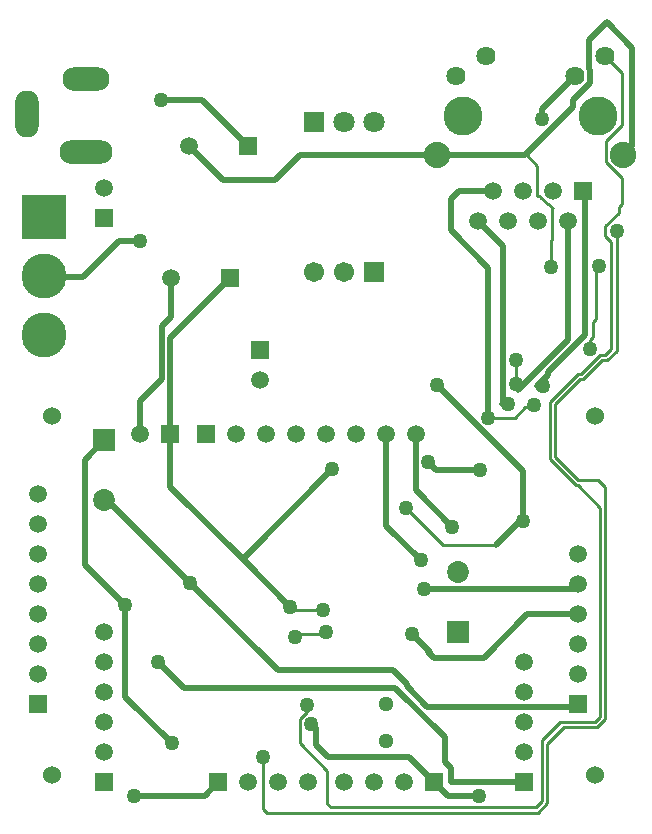
<source format=gbl>
%FSLAX23Y23*%
%MOIN*%
G70*
G01*
G75*
G04 Layer_Physical_Order=2*
G04 Layer_Color=16711680*
%ADD10R,0.118X0.276*%
%ADD11R,0.067X0.043*%
%ADD12R,0.039X0.051*%
%ADD13R,0.055X0.043*%
%ADD14O,0.061X0.010*%
%ADD15O,0.010X0.061*%
%ADD16R,0.043X0.055*%
%ADD17R,0.051X0.039*%
%ADD18R,0.413X0.331*%
%ADD19R,0.041X0.130*%
%ADD20R,0.041X0.150*%
%ADD21R,0.421X0.331*%
%ADD22R,0.059X0.024*%
%ADD23O,0.024X0.087*%
%ADD24C,0.020*%
%ADD25C,0.010*%
%ADD26C,0.012*%
%ADD27R,0.059X0.059*%
%ADD28C,0.059*%
%ADD29C,0.150*%
%ADD30R,0.150X0.150*%
%ADD31R,0.059X0.059*%
%ADD32C,0.051*%
%ADD33C,0.073*%
%ADD34R,0.073X0.073*%
%ADD35C,0.059*%
%ADD36O,0.079X0.157*%
%ADD37O,0.157X0.079*%
%ADD38O,0.177X0.079*%
%ADD39C,0.064*%
%ADD40C,0.130*%
%ADD41C,0.088*%
%ADD42C,0.060*%
%ADD43C,0.071*%
%ADD44R,0.071X0.071*%
%ADD45C,0.067*%
%ADD46R,0.067X0.067*%
%ADD47C,0.050*%
D24*
X3704Y2460D02*
X3708Y2464D01*
X3660Y2414D02*
Y2915D01*
X3981Y2690D02*
Y3164D01*
X3860Y2569D02*
X3981Y2690D01*
X3925Y2676D02*
Y3070D01*
X3758Y2509D02*
X3925Y2676D01*
X3822Y2520D02*
X3860Y2558D01*
Y2569D01*
X3487Y2525D02*
X3775Y2237D01*
Y2070D02*
Y2237D01*
X3942Y3452D02*
Y3476D01*
X3781Y3290D02*
X3942Y3452D01*
X3490Y3290D02*
X3781D01*
X3840Y3444D02*
X3949Y3553D01*
X3840Y3410D02*
Y3444D01*
X3535Y3143D02*
X3562Y3170D01*
X3675D01*
X3535Y3040D02*
Y3143D01*
Y3040D02*
X3660Y2915D01*
X3625Y3070D02*
X3708Y2987D01*
Y2464D02*
Y2987D01*
X3631Y2241D02*
X3632Y2240D01*
X3486Y2241D02*
X3631D01*
X3460Y2267D02*
X3486Y2241D01*
X2662Y3320D02*
X2775Y3207D01*
X2948D01*
X3031Y3290D01*
X3490D01*
X2500Y2471D02*
X2572Y2543D01*
X2602Y2752D02*
Y2880D01*
X2572Y2722D02*
X2602Y2752D01*
X2572Y2543D02*
Y2722D01*
X2500Y2360D02*
Y2471D01*
X2600Y2360D02*
Y2682D01*
X2798Y2880D01*
X2180Y2888D02*
X2184Y2884D01*
X2309D01*
X2429Y3004D01*
X2498D01*
X2704Y3474D02*
X2858Y3320D01*
X2570Y3474D02*
X2704D01*
X3405Y1695D02*
X3465Y1635D01*
X3445Y1845D02*
X3945D01*
X3960Y1860D01*
X3460Y1635D02*
X3480Y1615D01*
X3460Y1635D02*
X3465D01*
X3480Y1615D02*
X3645D01*
X3790Y1760D01*
X3960D01*
X3525Y1155D02*
X3630D01*
X3480Y1200D02*
X3525Y1155D01*
X3515Y1269D02*
X3536Y1248D01*
Y1200D02*
Y1248D01*
Y1200D02*
X3780D01*
X3515Y1269D02*
Y1350D01*
X3350Y1515D02*
X3515Y1350D01*
X2645Y1515D02*
X3350D01*
X3455Y1452D02*
X3952D01*
X3388Y1520D02*
X3455Y1452D01*
X3388Y1520D02*
Y1527D01*
X3342Y1573D02*
X3388Y1527D01*
X2957Y1573D02*
X3342D01*
X2560Y1600D02*
X2645Y1515D01*
X2665Y1865D02*
X2957Y1573D01*
X3952Y1452D02*
X3960Y1460D01*
X2315Y1925D02*
Y2275D01*
X2380Y2340D01*
X2315Y1925D02*
X2450Y1790D01*
Y1485D02*
X2605Y1330D01*
X2450Y1485D02*
Y1790D01*
X2380Y2140D02*
X2390D01*
X2665Y1865D01*
X2715Y1155D02*
X2760Y1200D01*
X2480Y1155D02*
X2715D01*
X3085Y1325D02*
Y1380D01*
Y1325D02*
X3125Y1285D01*
X3395D01*
X3480Y1200D01*
X2600Y2185D02*
Y2360D01*
X2847Y1952D02*
X3140Y2245D01*
X2847Y1938D02*
Y1952D01*
Y1938D02*
X3000Y1785D01*
X2600Y2185D02*
X2847Y1938D01*
X3417Y2357D02*
X3420Y2360D01*
X3417Y2173D02*
X3540Y2050D01*
X3417Y2173D02*
Y2357D01*
X3320Y2055D02*
Y2360D01*
Y2055D02*
X3435Y1940D01*
X3765Y2070D02*
X3775D01*
X3685Y1990D02*
X3765Y2070D01*
X3995Y3673D02*
X4055Y3733D01*
X3999Y3532D02*
Y3574D01*
X3995Y3577D02*
X3999Y3574D01*
X3995Y3577D02*
Y3673D01*
X3942Y3476D02*
X3999Y3532D01*
X4110Y3290D02*
X4140Y3320D01*
Y3647D01*
X4055Y3733D02*
X4140Y3647D01*
D25*
X4050Y1424D02*
Y2183D01*
X4025Y2208D02*
X4050Y2183D01*
X4032Y1418D02*
Y2116D01*
X3958Y2190D02*
X4032Y2116D01*
X3951Y2190D02*
X3958D01*
X3864Y2277D02*
X3951Y2190D01*
X3882Y2284D02*
X3958Y2208D01*
X4025D01*
X3864Y2277D02*
Y2468D01*
X3805Y2457D02*
X3811D01*
X3798Y2450D02*
X3805Y2457D01*
X3832Y2521D02*
X3841D01*
X3822Y2511D02*
X3832Y2521D01*
X3783Y2450D02*
X3798D01*
X3975Y3170D02*
X3981Y3164D01*
X3964Y2543D02*
X3976D01*
X3957Y2561D02*
X3969D01*
X3822Y2511D02*
Y2520D01*
X3969Y2561D02*
X4033Y2625D01*
X3976Y2543D02*
X4040Y2607D01*
X4055D01*
X4033Y2625D02*
X4048D01*
X3998Y2643D02*
Y2674D01*
X4010Y2686D01*
X4087Y2639D02*
Y3037D01*
X4055Y2607D02*
X4087Y2639D01*
X4069Y2646D02*
Y3001D01*
X4048Y2625D02*
X4069Y2646D01*
X3882Y2461D02*
X3964Y2543D01*
X3882Y2284D02*
Y2461D01*
X3864Y2468D02*
X3957Y2561D01*
X4010Y2686D02*
Y2736D01*
X4019Y2745D01*
X3787Y3290D02*
X3822Y3255D01*
X3781Y3290D02*
X3787D01*
X3822Y3156D02*
Y3255D01*
Y3156D02*
X3832D01*
X3833Y3155D01*
Y3152D02*
Y3155D01*
Y3152D02*
X3857Y3128D01*
X3860D01*
X3875Y3113D01*
X3873Y3111D02*
X3875Y3113D01*
X3873Y3010D02*
Y3111D01*
X3867Y3004D02*
X3873Y3010D01*
X3867Y2919D02*
Y3004D01*
X4019Y2913D02*
X4028Y2922D01*
X4019Y2745D02*
Y2913D01*
X4049Y3053D02*
X4095Y3098D01*
Y3117D01*
X4049Y3021D02*
Y3053D01*
Y3021D02*
X4069Y3001D01*
X4095Y3117D02*
X4105Y3127D01*
X3660Y2414D02*
X3747D01*
X3783Y2450D01*
X3752Y2515D02*
X3758Y2509D01*
X3752Y2515D02*
Y2609D01*
X3625Y3070D02*
X3628Y3067D01*
X3856Y1328D02*
X3911Y1383D01*
X2910Y1110D02*
X2921Y1099D01*
X4050Y1424D02*
X4050Y1424D01*
X4050Y1411D02*
Y1424D01*
X4022Y1383D02*
X4050Y1411D01*
X3911Y1383D02*
X4022D01*
X3856Y1130D02*
Y1328D01*
X3826Y1099D02*
X3856Y1130D01*
X2921Y1099D02*
X3826D01*
X2910Y1110D02*
Y1284D01*
X3838Y1341D02*
X3898Y1401D01*
X3032Y1330D02*
X3123Y1239D01*
X4049Y3620D02*
X4105Y3564D01*
Y3390D02*
Y3564D01*
X4053Y3338D02*
X4105Y3390D01*
X4053Y3267D02*
Y3338D01*
Y3267D02*
X4105Y3215D01*
Y3127D02*
Y3215D01*
X4015Y1401D02*
X4032Y1418D01*
X3898Y1401D02*
X4015D01*
X3838Y1137D02*
Y1341D01*
X3818Y1117D02*
X3838Y1137D01*
X3135Y1117D02*
X3818D01*
X3123Y1129D02*
X3135Y1117D01*
X3123Y1129D02*
Y1239D01*
X3032Y1330D02*
Y1411D01*
X3055Y1433D01*
Y1457D01*
X3025Y1695D02*
X3115D01*
X3070Y1395D02*
X3085Y1380D01*
X3010Y1775D02*
X3110D01*
X3000Y1785D02*
X3010Y1775D01*
X3385Y2115D02*
X3510Y1990D01*
X3685D01*
D27*
X2380Y3080D02*
D03*
X3780Y1200D02*
D03*
X2900Y2640D02*
D03*
X2160Y1460D02*
D03*
X2380Y1200D02*
D03*
X3960Y1460D02*
D03*
D28*
X2380Y3180D02*
D03*
X3780Y1600D02*
D03*
Y1500D02*
D03*
Y1400D02*
D03*
Y1300D02*
D03*
X2900Y2540D02*
D03*
X2500Y2360D02*
D03*
X2160Y2160D02*
D03*
Y2060D02*
D03*
Y1960D02*
D03*
Y1860D02*
D03*
Y1760D02*
D03*
Y1660D02*
D03*
Y1560D02*
D03*
X2380Y1700D02*
D03*
Y1600D02*
D03*
Y1500D02*
D03*
Y1400D02*
D03*
Y1300D02*
D03*
X3060Y1200D02*
D03*
X2960D02*
D03*
X2860D02*
D03*
X2123Y3466D02*
D03*
Y3387D02*
D03*
X2359Y3545D02*
D03*
X2281D02*
D03*
X3380Y1200D02*
D03*
X3280D02*
D03*
X3180D02*
D03*
X3420Y2360D02*
D03*
X3320D02*
D03*
X3220D02*
D03*
X3120D02*
D03*
X3020D02*
D03*
X2920D02*
D03*
X2820D02*
D03*
X3875Y3170D02*
D03*
X3775D02*
D03*
X3825Y3070D02*
D03*
X3725D02*
D03*
X3675Y3170D02*
D03*
X3925Y3070D02*
D03*
X3625D02*
D03*
X3960Y1960D02*
D03*
Y1860D02*
D03*
Y1760D02*
D03*
Y1660D02*
D03*
Y1560D02*
D03*
X2662Y3320D02*
D03*
X2602Y2880D02*
D03*
D29*
X2180Y2888D02*
D03*
Y2692D02*
D03*
D30*
Y3085D02*
D03*
D31*
X2600Y2360D02*
D03*
X2760Y1200D02*
D03*
X3480D02*
D03*
X2720Y2360D02*
D03*
X3975Y3170D02*
D03*
X2858Y3320D02*
D03*
X2798Y2880D02*
D03*
D32*
X3320Y1339D02*
D03*
Y1461D02*
D03*
D33*
X2380Y2140D02*
D03*
X3560Y1900D02*
D03*
D34*
X2380Y2340D02*
D03*
X3560Y1700D02*
D03*
D35*
X2271Y3301D02*
D03*
X2369D02*
D03*
D36*
X2123Y3427D02*
D03*
D37*
X2320Y3545D02*
D03*
D38*
Y3301D02*
D03*
D39*
X3551Y3553D02*
D03*
X3651Y3620D02*
D03*
X3949Y3553D02*
D03*
X4049Y3620D02*
D03*
D40*
X3575Y3420D02*
D03*
X4025D02*
D03*
D41*
X4110Y3290D02*
D03*
X3490D02*
D03*
D42*
X4015Y1225D02*
D03*
Y2420D02*
D03*
X2205D02*
D03*
Y1225D02*
D03*
D43*
X3280Y3400D02*
D03*
X3180D02*
D03*
D44*
X3080D02*
D03*
D45*
X3080Y2900D02*
D03*
X3180D02*
D03*
D46*
X3280D02*
D03*
D47*
X3724Y2460D02*
D03*
X3811Y2457D02*
D03*
X3841Y2521D02*
D03*
X3752Y2528D02*
D03*
X3998Y2643D02*
D03*
X3487Y2525D02*
D03*
X3867Y2919D02*
D03*
X4028Y2922D02*
D03*
X3840Y3410D02*
D03*
X3752Y2609D02*
D03*
X3660Y2414D02*
D03*
X3632Y2240D02*
D03*
X3460Y2267D02*
D03*
X4087Y3037D02*
D03*
X2910Y1284D02*
D03*
X3055Y1457D02*
D03*
X2498Y3004D02*
D03*
X2570Y3474D02*
D03*
X3120Y1700D02*
D03*
X3015Y1685D02*
D03*
X3405Y1695D02*
D03*
X3445Y1845D02*
D03*
X3630Y1155D02*
D03*
X2605Y1330D02*
D03*
X2450Y1790D02*
D03*
X2665Y1865D02*
D03*
X2480Y1155D02*
D03*
X2560Y1600D02*
D03*
X3070Y1395D02*
D03*
X3110Y1775D02*
D03*
X3000Y1785D02*
D03*
X3140Y2245D02*
D03*
X3540Y2050D02*
D03*
X3435Y1940D02*
D03*
X3385Y2115D02*
D03*
X3775Y2070D02*
D03*
M02*

</source>
